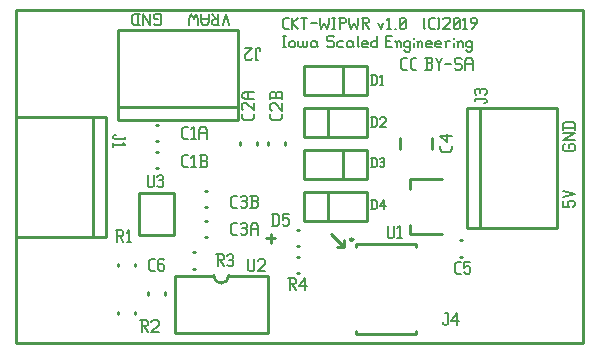
<source format=gbr>
G04 start of page 8 for group -4079 idx -4079 *
G04 Title: (unknown), topsilk *
G04 Creator: pcb 20140316 *
G04 CreationDate: Sun 15 Dec 2019 10:03:36 PM GMT UTC *
G04 For: railfan *
G04 Format: Gerber/RS-274X *
G04 PCB-Dimensions (mil): 1900.00 1120.00 *
G04 PCB-Coordinate-Origin: lower left *
%MOIN*%
%FSLAX25Y25*%
%LNTOPSILK*%
%ADD54C,0.0080*%
%ADD53C,0.0100*%
G54D53*X500Y111500D02*X189500D01*
Y500D01*
X500D01*
Y111500D01*
X85500Y37000D02*Y34000D01*
X87000Y35500D02*X84000D01*
X110000Y32500D02*Y35000D01*
Y32500D02*X107500D01*
X110000D02*X105500Y37000D01*
G54D54*X182970Y66440D02*X183455Y66925D01*
X182970Y66440D02*Y64985D01*
X183455Y64500D02*X182970Y64985D01*
X183455Y64500D02*X186365D01*
X186850Y64985D01*
Y66440D02*Y64985D01*
Y66440D02*X186365Y66925D01*
X185395D02*X186365D01*
X184910Y66440D02*X185395Y66925D01*
X184910Y66440D02*Y65470D01*
X182970Y68089D02*X186850D01*
X182970D02*X186850Y70514D01*
X182970D02*X186850D01*
X182970Y72163D02*X186850D01*
X182970Y73424D02*X183649Y74103D01*
X186171D01*
X186850Y73424D02*X186171Y74103D01*
X186850Y73424D02*Y71678D01*
X182970Y73424D02*Y71678D01*
Y47940D02*Y46000D01*
X184910D01*
X184425Y46485D01*
Y47455D02*Y46485D01*
Y47455D02*X184910Y47940D01*
X186365D01*
X186850Y47455D02*X186365Y47940D01*
X186850Y47455D02*Y46485D01*
X186365Y46000D02*X186850Y46485D01*
X182970Y49104D02*X186850Y50074D01*
X182970Y51044D01*
X90179Y105150D02*X91440D01*
X89500Y105829D02*X90179Y105150D01*
X89500Y108351D02*Y105829D01*
Y108351D02*X90179Y109030D01*
X91440D01*
X92604D02*Y105150D01*
Y107090D02*X94544Y109030D01*
X92604Y107090D02*X94544Y105150D01*
X95708Y109030D02*X97648D01*
X96678D02*Y105150D01*
X98812Y107090D02*X100752D01*
X101916Y109030D02*Y107090D01*
X102401Y105150D01*
X103371Y107090D01*
X104341Y105150D01*
X104826Y107090D01*
Y109030D02*Y107090D01*
X105990Y109030D02*X106960D01*
X106475D02*Y105150D01*
X105990D02*X106960D01*
X108609Y109030D02*Y105150D01*
X108124Y109030D02*X110064D01*
X110549Y108545D01*
Y107575D01*
X110064Y107090D02*X110549Y107575D01*
X108609Y107090D02*X110064D01*
X111713Y109030D02*Y107090D01*
X112198Y105150D01*
X113168Y107090D01*
X114138Y105150D01*
X114623Y107090D01*
Y109030D02*Y107090D01*
X115787Y109030D02*X117727D01*
X118212Y108545D01*
Y107575D01*
X117727Y107090D02*X118212Y107575D01*
X116272Y107090D02*X117727D01*
X116272Y109030D02*Y105150D01*
X117048Y107090D02*X118212Y105150D01*
X121122Y107090D02*X122092Y105150D01*
X123062Y107090D02*X122092Y105150D01*
X124226Y108254D02*X125002Y109030D01*
Y105150D01*
X124226D02*X125681D01*
X126845D02*X127330D01*
X128494Y105635D02*X128979Y105150D01*
X128494Y108545D02*Y105635D01*
Y108545D02*X128979Y109030D01*
X129949D01*
X130434Y108545D01*
Y105635D01*
X129949Y105150D02*X130434Y105635D01*
X128979Y105150D02*X129949D01*
X128494Y106120D02*X130434Y108060D01*
X89500Y103030D02*X90470D01*
X89985D02*Y99150D01*
X89500D02*X90470D01*
X91634Y100605D02*Y99635D01*
Y100605D02*X92119Y101090D01*
X93089D01*
X93574Y100605D01*
Y99635D01*
X93089Y99150D02*X93574Y99635D01*
X92119Y99150D02*X93089D01*
X91634Y99635D02*X92119Y99150D01*
X94738Y101090D02*Y99635D01*
X95223Y99150D01*
X95708D01*
X96193Y99635D01*
Y101090D02*Y99635D01*
X96678Y99150D01*
X97163D01*
X97648Y99635D01*
Y101090D02*Y99635D01*
X100267Y101090D02*X100752Y100605D01*
X99297Y101090D02*X100267D01*
X98812Y100605D02*X99297Y101090D01*
X98812Y100605D02*Y99635D01*
X99297Y99150D01*
X100752Y101090D02*Y99635D01*
X101237Y99150D01*
X99297D02*X100267D01*
X100752Y99635D01*
X106087Y103030D02*X106572Y102545D01*
X104632Y103030D02*X106087D01*
X104147Y102545D02*X104632Y103030D01*
X104147Y102545D02*Y101575D01*
X104632Y101090D01*
X106087D01*
X106572Y100605D01*
Y99635D01*
X106087Y99150D02*X106572Y99635D01*
X104632Y99150D02*X106087D01*
X104147Y99635D02*X104632Y99150D01*
X108221Y101090D02*X109676D01*
X107736Y100605D02*X108221Y101090D01*
X107736Y100605D02*Y99635D01*
X108221Y99150D01*
X109676D01*
X112295Y101090D02*X112780Y100605D01*
X111325Y101090D02*X112295D01*
X110840Y100605D02*X111325Y101090D01*
X110840Y100605D02*Y99635D01*
X111325Y99150D01*
X112780Y101090D02*Y99635D01*
X113265Y99150D01*
X111325D02*X112295D01*
X112780Y99635D01*
X114429Y103030D02*Y99635D01*
X114914Y99150D01*
X116369D02*X117824D01*
X115884Y99635D02*X116369Y99150D01*
X115884Y100605D02*Y99635D01*
Y100605D02*X116369Y101090D01*
X117339D01*
X117824Y100605D01*
X115884Y100120D02*X117824D01*
Y100605D02*Y100120D01*
X120928Y103030D02*Y99150D01*
X120443D02*X120928Y99635D01*
X119473Y99150D02*X120443D01*
X118988Y99635D02*X119473Y99150D01*
X118988Y100605D02*Y99635D01*
Y100605D02*X119473Y101090D01*
X120443D01*
X120928Y100605D01*
X123838Y101284D02*X125293D01*
X123838Y99150D02*X125778D01*
X123838Y103030D02*Y99150D01*
Y103030D02*X125778D01*
X127427Y100605D02*Y99150D01*
Y100605D02*X127912Y101090D01*
X128397D01*
X128882Y100605D01*
Y99150D01*
X126942Y101090D02*X127427Y100605D01*
X131501Y101090D02*X131986Y100605D01*
X130531Y101090D02*X131501D01*
X130046Y100605D02*X130531Y101090D01*
X130046Y100605D02*Y99635D01*
X130531Y99150D01*
X131501D01*
X131986Y99635D01*
X130046Y98180D02*X130531Y97695D01*
X131501D01*
X131986Y98180D01*
Y101090D02*Y98180D01*
X133150Y102060D02*Y101963D01*
Y100605D02*Y99150D01*
X134605Y100605D02*Y99150D01*
Y100605D02*X135090Y101090D01*
X135575D01*
X136060Y100605D01*
Y99150D01*
X134120Y101090D02*X134605Y100605D01*
X137709Y99150D02*X139164D01*
X137224Y99635D02*X137709Y99150D01*
X137224Y100605D02*Y99635D01*
Y100605D02*X137709Y101090D01*
X138679D01*
X139164Y100605D01*
X137224Y100120D02*X139164D01*
Y100605D02*Y100120D01*
X140813Y99150D02*X142268D01*
X140328Y99635D02*X140813Y99150D01*
X140328Y100605D02*Y99635D01*
Y100605D02*X140813Y101090D01*
X141783D01*
X142268Y100605D01*
X140328Y100120D02*X142268D01*
Y100605D02*Y100120D01*
X143917Y100605D02*Y99150D01*
Y100605D02*X144402Y101090D01*
X145372D01*
X143432D02*X143917Y100605D01*
X146536Y102060D02*Y101963D01*
Y100605D02*Y99150D01*
X147991Y100605D02*Y99150D01*
Y100605D02*X148476Y101090D01*
X148961D01*
X149446Y100605D01*
Y99150D01*
X147506Y101090D02*X147991Y100605D01*
X152065Y101090D02*X152550Y100605D01*
X151095Y101090D02*X152065D01*
X150610Y100605D02*X151095Y101090D01*
X150610Y100605D02*Y99635D01*
X151095Y99150D01*
X152065D01*
X152550Y99635D01*
X150610Y98180D02*X151095Y97695D01*
X152065D01*
X152550Y98180D01*
Y101090D02*Y98180D01*
X136500Y105635D02*X136985Y105150D01*
X136500Y108545D02*X136985Y109030D01*
X136500Y108545D02*Y105635D01*
X138828Y105150D02*X140089D01*
X138149Y105829D02*X138828Y105150D01*
X138149Y108351D02*Y105829D01*
Y108351D02*X138828Y109030D01*
X140089D01*
X141253D02*X141738Y108545D01*
Y105635D01*
X141253Y105150D02*X141738Y105635D01*
X142902Y108545D02*X143387Y109030D01*
X144842D01*
X145327Y108545D01*
Y107575D01*
X142902Y105150D02*X145327Y107575D01*
X142902Y105150D02*X145327D01*
X146491Y105635D02*X146976Y105150D01*
X146491Y108545D02*Y105635D01*
Y108545D02*X146976Y109030D01*
X147946D01*
X148431Y108545D01*
Y105635D01*
X147946Y105150D02*X148431Y105635D01*
X146976Y105150D02*X147946D01*
X146491Y106120D02*X148431Y108060D01*
X149595Y108254D02*X150371Y109030D01*
Y105150D01*
X149595D02*X151050D01*
X152699D02*X154154Y107090D01*
Y108545D02*Y107090D01*
X153669Y109030D02*X154154Y108545D01*
X152699Y109030D02*X153669D01*
X152214Y108545D02*X152699Y109030D01*
X152214Y108545D02*Y107575D01*
X152699Y107090D01*
X154154D01*
X129679Y91650D02*X130940D01*
X129000Y92329D02*X129679Y91650D01*
X129000Y94851D02*Y92329D01*
Y94851D02*X129679Y95530D01*
X130940D01*
X132783Y91650D02*X134044D01*
X132104Y92329D02*X132783Y91650D01*
X132104Y94851D02*Y92329D01*
Y94851D02*X132783Y95530D01*
X134044D01*
X136954Y91650D02*X138894D01*
X139379Y92135D01*
Y93299D02*Y92135D01*
X138894Y93784D02*X139379Y93299D01*
X137439Y93784D02*X138894D01*
X137439Y95530D02*Y91650D01*
X136954Y95530D02*X138894D01*
X139379Y95045D01*
Y94269D01*
X138894Y93784D02*X139379Y94269D01*
X140543Y95530D02*X141513Y93590D01*
X142483Y95530D01*
X141513Y93590D02*Y91650D01*
X143647Y93590D02*X145587D01*
X148691Y95530D02*X149176Y95045D01*
X147236Y95530D02*X148691D01*
X146751Y95045D02*X147236Y95530D01*
X146751Y95045D02*Y94075D01*
X147236Y93590D01*
X148691D01*
X149176Y93105D01*
Y92135D01*
X148691Y91650D02*X149176Y92135D01*
X147236Y91650D02*X148691D01*
X146751Y92135D02*X147236Y91650D01*
X150340Y94560D02*Y91650D01*
Y94560D02*X151019Y95530D01*
X152086D01*
X152765Y94560D01*
Y91650D01*
X150340Y93590D02*X152765D01*
X71500Y106470D02*X70530Y110350D01*
X69560Y106470D01*
X66456D02*X68396D01*
X66456D02*X65971Y106955D01*
Y107925D02*Y106955D01*
X66456Y108410D02*X65971Y107925D01*
X66456Y108410D02*X67911D01*
Y110350D02*Y106470D01*
X67135Y108410D02*X65971Y110350D01*
X64807D02*Y107440D01*
X64128Y106470D01*
X63061D02*X64128D01*
X63061D02*X62382Y107440D01*
Y110350D02*Y107440D01*
Y108410D02*X64807D01*
X61218D02*Y106470D01*
Y108410D02*X60733Y110350D01*
X59763Y108410D01*
X58793Y110350D01*
X58308Y108410D01*
Y106470D01*
X47060D02*X46575Y106955D01*
X47060Y106470D02*X48515D01*
X49000Y106955D02*X48515Y106470D01*
X49000Y109865D02*Y106955D01*
Y109865D02*X48515Y110350D01*
X47060D02*X48515D01*
X47060D02*X46575Y109865D01*
Y108895D01*
X47060Y108410D02*X46575Y108895D01*
X47060Y108410D02*X48030D01*
X45411Y110350D02*Y106470D01*
X42986Y110350D01*
Y106470D01*
X41337Y110350D02*Y106470D01*
X40076D02*X39397Y107149D01*
Y109671D02*Y107149D01*
X40076Y110350D02*X39397Y109671D01*
X40076Y110350D02*X41822D01*
X40076Y106470D02*X41822D01*
G54D53*X139314Y68968D02*Y65032D01*
X128686Y68968D02*Y65032D01*
X114000Y33500D02*X134000D01*
Y3500D02*X114000D01*
X134000Y33500D02*Y32500D01*
Y3500D02*Y4500D01*
X114000Y3500D02*Y4500D01*
Y33500D02*Y32500D01*
X112000Y35000D02*G75*G03X112000Y35000I500J0D01*G01*
X148607Y29245D02*X149393D01*
X148607Y34755D02*X149393D01*
X84745Y67393D02*Y66607D01*
X90255Y67393D02*Y66607D01*
X96500Y69200D02*X117500D01*
X96500Y78800D02*X117500D01*
X96500Y69200D02*Y78800D01*
X117500Y69200D02*Y78800D01*
X104500Y69200D02*Y78800D01*
X96500Y64800D02*X117500D01*
X96500Y55200D02*X117500D01*
Y64800D02*Y55200D01*
X96500Y64800D02*Y55200D01*
X109500Y64800D02*Y55200D01*
X96500Y92800D02*X117500D01*
X96500Y83200D02*X117500D01*
Y92800D02*Y83200D01*
X96500Y92800D02*Y83200D01*
X109500Y92800D02*Y83200D01*
X63607Y41255D02*X64393D01*
X63607Y35745D02*X64393D01*
X96500Y41200D02*X117500D01*
X96500Y50800D02*X117500D01*
X96500Y41200D02*Y50800D01*
X117500Y41200D02*Y50800D01*
X104500Y41200D02*Y50800D01*
X53500Y23000D02*Y4000D01*
X84500D01*
Y23000D01*
X53500D02*X66500D01*
X84500D02*X71500D01*
X66500D02*G75*G03X71500Y23000I2500J0D01*G01*
X94107Y29255D02*X94893D01*
X94107Y23745D02*X94893D01*
X59564Y30755D02*X60350D01*
X59564Y25245D02*X60350D01*
X94107Y32745D02*X94893D01*
X94107Y38255D02*X94893D01*
X131855Y36750D02*X142485D01*
X131855Y55250D02*X142485D01*
X131855Y40000D02*Y36750D01*
Y55250D02*Y52000D01*
X142485Y36929D02*Y36750D01*
Y55250D02*Y55071D01*
X180800Y79000D02*Y39000D01*
X150800Y79000D02*Y39000D01*
X155200Y79000D02*Y39000D01*
X150800D02*X180800D01*
X150800Y79000D02*X180800D01*
X41500Y50500D02*Y36600D01*
X53300D01*
Y50500D01*
X41500D01*
X44745Y17393D02*Y16607D01*
X50255Y17393D02*Y16607D01*
X34745Y10893D02*Y10107D01*
X40255Y10893D02*Y10107D01*
X34745Y26850D02*Y26064D01*
X40255Y26850D02*Y26064D01*
X700Y76000D02*Y36000D01*
X30700Y76000D02*Y36000D01*
X26300Y76000D02*Y36000D01*
X700Y76000D02*X30700D01*
X700Y36000D02*X30700D01*
X63564Y51255D02*X64350D01*
X63564Y45745D02*X64350D01*
X47107Y64255D02*X47893D01*
X47107Y58745D02*X47893D01*
X47107Y73255D02*X47893D01*
X47107Y67745D02*X47893D01*
X34500Y104800D02*X74500D01*
X34500Y74800D02*X74500D01*
X34500Y79200D02*X74500D01*
Y104800D02*Y74800D01*
X34500Y104800D02*Y74800D01*
X75245Y67393D02*Y66607D01*
X80755Y67393D02*Y66607D01*
G54D54*X145850Y66350D02*Y65050D01*
X145150Y64350D02*X145850Y65050D01*
X142550Y64350D02*X145150D01*
X142550D02*X141850Y65050D01*
Y66350D02*Y65050D01*
X144350Y67550D02*X141850Y69550D01*
X144350Y70050D02*Y67550D01*
X141850Y69550D02*X145850D01*
X89350Y76807D02*Y75507D01*
X88650Y74807D02*X89350Y75507D01*
X86050Y74807D02*X88650D01*
X86050D02*X85350Y75507D01*
Y76807D02*Y75507D01*
X85850Y78007D02*X85350Y78507D01*
Y80007D02*Y78507D01*
Y80007D02*X85850Y80507D01*
X86850D01*
X89350Y78007D02*X86850Y80507D01*
X89350D02*Y78007D01*
Y83707D02*Y81707D01*
Y83707D02*X88850Y84207D01*
X87650D02*X88850D01*
X87150Y83707D02*X87650Y84207D01*
X87150Y83707D02*Y82207D01*
X85350D02*X89350D01*
X85350Y83707D02*Y81707D01*
Y83707D02*X85850Y84207D01*
X86650D01*
X87150Y83707D02*X86650Y84207D01*
X119385Y75730D02*Y72650D01*
X120386Y75730D02*X120925Y75191D01*
Y73189D01*
X120386Y72650D02*X120925Y73189D01*
X119000Y72650D02*X120386D01*
X119000Y75730D02*X120386D01*
X121849Y75345D02*X122234Y75730D01*
X123389D01*
X123774Y75345D01*
Y74575D01*
X121849Y72650D02*X123774Y74575D01*
X121849Y72650D02*X123774D01*
X119385Y62230D02*Y59150D01*
X120386Y62230D02*X120925Y61691D01*
Y59689D01*
X120386Y59150D02*X120925Y59689D01*
X119000Y59150D02*X120386D01*
X119000Y62230D02*X120386D01*
X121849Y61845D02*X122234Y62230D01*
X123004D01*
X123389Y61845D01*
X123004Y59150D02*X123389Y59535D01*
X122234Y59150D02*X123004D01*
X121849Y59535D02*X122234Y59150D01*
Y60844D02*X123004D01*
X123389Y61845D02*Y61229D01*
Y60459D02*Y59535D01*
Y60459D02*X123004Y60844D01*
X123389Y61229D02*X123004Y60844D01*
X119385Y89730D02*Y86650D01*
X120386Y89730D02*X120925Y89191D01*
Y87189D01*
X120386Y86650D02*X120925Y87189D01*
X119000Y86650D02*X120386D01*
X119000Y89730D02*X120386D01*
X121849Y89114D02*X122465Y89730D01*
Y86650D01*
X121849D02*X123004D01*
X119385Y48230D02*Y45150D01*
X120386Y48230D02*X120925Y47691D01*
Y45689D01*
X120386Y45150D02*X120925Y45689D01*
X119000Y45150D02*X120386D01*
X119000Y48230D02*X120386D01*
X121849Y46305D02*X123389Y48230D01*
X121849Y46305D02*X123774D01*
X123389Y48230D02*Y45150D01*
X147464Y23650D02*X148764D01*
X146764Y24350D02*X147464Y23650D01*
X146764Y26950D02*Y24350D01*
Y26950D02*X147464Y27650D01*
X148764D01*
X149964D02*X151964D01*
X149964D02*Y25650D01*
X150464Y26150D01*
X151464D01*
X151964Y25650D01*
Y24150D01*
X151464Y23650D02*X151964Y24150D01*
X150464Y23650D02*X151464D01*
X149964Y24150D02*X150464Y23650D01*
X124505Y39500D02*Y36000D01*
X125005Y35500D01*
X126005D01*
X126505Y36000D01*
Y39500D02*Y36000D01*
X127705Y38700D02*X128505Y39500D01*
Y35500D01*
X127705D02*X129205D01*
X153500Y82000D02*Y81200D01*
Y82000D02*X157000D01*
X157500Y81500D02*X157000Y82000D01*
X157500Y81500D02*Y81000D01*
X157000Y80500D02*X157500Y81000D01*
X156500Y80500D02*X157000D01*
X154000Y83200D02*X153500Y83700D01*
Y84700D02*Y83700D01*
Y84700D02*X154000Y85200D01*
X157500Y84700D02*X157000Y85200D01*
X157500Y84700D02*Y83700D01*
X157000Y83200D02*X157500Y83700D01*
X155300Y84700D02*Y83700D01*
X154000Y85200D02*X154800D01*
X155800D02*X157000D01*
X155800D02*X155300Y84700D01*
X154800Y85200D02*X155300Y84700D01*
X143700Y10500D02*X144500D01*
Y7000D01*
X144000Y6500D02*X144500Y7000D01*
X143500Y6500D02*X144000D01*
X143000Y7000D02*X143500Y6500D01*
X143000Y7500D02*Y7000D01*
X145700Y8000D02*X147700Y10500D01*
X145700Y8000D02*X148200D01*
X147700Y10500D02*Y6500D01*
X41979Y8107D02*X43979D01*
X44479Y7607D01*
Y6607D01*
X43979Y6107D02*X44479Y6607D01*
X42479Y6107D02*X43979D01*
X42479Y8107D02*Y4107D01*
X43279Y6107D02*X44479Y4107D01*
X45679Y7607D02*X46179Y8107D01*
X47679D01*
X48179Y7607D01*
Y6607D01*
X45679Y4107D02*X48179Y6607D01*
X45679Y4107D02*X48179D01*
X73050Y36650D02*X74350D01*
X72350Y37350D02*X73050Y36650D01*
X72350Y39950D02*Y37350D01*
Y39950D02*X73050Y40650D01*
X74350D01*
X75550Y40150D02*X76050Y40650D01*
X77050D01*
X77550Y40150D01*
X77050Y36650D02*X77550Y37150D01*
X76050Y36650D02*X77050D01*
X75550Y37150D02*X76050Y36650D01*
Y38850D02*X77050D01*
X77550Y40150D02*Y39350D01*
Y38350D02*Y37150D01*
Y38350D02*X77050Y38850D01*
X77550Y39350D02*X77050Y38850D01*
X78750Y39650D02*Y36650D01*
Y39650D02*X79450Y40650D01*
X80550D01*
X81250Y39650D01*
Y36650D01*
X78750Y38650D02*X81250D01*
X91350Y22150D02*X93350D01*
X93850Y21650D01*
Y20650D01*
X93350Y20150D02*X93850Y20650D01*
X91850Y20150D02*X93350D01*
X91850Y22150D02*Y18150D01*
X92650Y20150D02*X93850Y18150D01*
X95050Y19650D02*X97050Y22150D01*
X95050Y19650D02*X97550D01*
X97050Y22150D02*Y18150D01*
X67307Y30150D02*X69307D01*
X69807Y29650D01*
Y28650D01*
X69307Y28150D02*X69807Y28650D01*
X67807Y28150D02*X69307D01*
X67807Y30150D02*Y26150D01*
X68607Y28150D02*X69807Y26150D01*
X71007Y29650D02*X71507Y30150D01*
X72507D01*
X73007Y29650D01*
X72507Y26150D02*X73007Y26650D01*
X71507Y26150D02*X72507D01*
X71007Y26650D02*X71507Y26150D01*
Y28350D02*X72507D01*
X73007Y29650D02*Y28850D01*
Y27850D02*Y26650D01*
Y27850D02*X72507Y28350D01*
X73007Y28850D02*X72507Y28350D01*
X45550Y24650D02*X46850D01*
X44850Y25350D02*X45550Y24650D01*
X44850Y27950D02*Y25350D01*
Y27950D02*X45550Y28650D01*
X46850D01*
X49550D02*X50050Y28150D01*
X48550Y28650D02*X49550D01*
X48050Y28150D02*X48550Y28650D01*
X48050Y28150D02*Y25150D01*
X48550Y24650D01*
X49550Y26850D02*X50050Y26350D01*
X48050Y26850D02*X49550D01*
X48550Y24650D02*X49550D01*
X50050Y25150D01*
Y26350D02*Y25150D01*
X86340Y43650D02*Y39650D01*
X87640Y43650D02*X88340Y42950D01*
Y40350D01*
X87640Y39650D02*X88340Y40350D01*
X85840Y39650D02*X87640D01*
X85840Y43650D02*X87640D01*
X89540D02*X91540D01*
X89540D02*Y41650D01*
X90040Y42150D01*
X91040D01*
X91540Y41650D01*
Y40150D01*
X91040Y39650D02*X91540Y40150D01*
X90040Y39650D02*X91040D01*
X89540Y40150D02*X90040Y39650D01*
X37000Y69300D02*Y68500D01*
X33500D02*X37000D01*
X33000Y69000D02*X33500Y68500D01*
X33000Y69500D02*Y69000D01*
X33500Y70000D02*X33000Y69500D01*
X33500Y70000D02*X34000D01*
X36200Y67300D02*X37000Y66500D01*
X33000D02*X37000D01*
X33000Y67300D02*Y65800D01*
X44500Y56500D02*Y53000D01*
X45000Y52500D01*
X46000D01*
X46500Y53000D01*
Y56500D02*Y53000D01*
X47700Y56000D02*X48200Y56500D01*
X49200D01*
X49700Y56000D01*
X49200Y52500D02*X49700Y53000D01*
X48200Y52500D02*X49200D01*
X47700Y53000D02*X48200Y52500D01*
Y54700D02*X49200D01*
X49700Y56000D02*Y55200D01*
Y54200D02*Y53000D01*
Y54200D02*X49200Y54700D01*
X49700Y55200D02*X49200Y54700D01*
X72964Y45650D02*X74264D01*
X72264Y46350D02*X72964Y45650D01*
X72264Y48950D02*Y46350D01*
Y48950D02*X72964Y49650D01*
X74264D01*
X75464Y49150D02*X75964Y49650D01*
X76964D01*
X77464Y49150D01*
X76964Y45650D02*X77464Y46150D01*
X75964Y45650D02*X76964D01*
X75464Y46150D02*X75964Y45650D01*
Y47850D02*X76964D01*
X77464Y49150D02*Y48350D01*
Y47350D02*Y46150D01*
Y47350D02*X76964Y47850D01*
X77464Y48350D02*X76964Y47850D01*
X78664Y45650D02*X80664D01*
X81164Y46150D01*
Y47350D02*Y46150D01*
X80664Y47850D02*X81164Y47350D01*
X79164Y47850D02*X80664D01*
X79164Y49650D02*Y45650D01*
X78664Y49650D02*X80664D01*
X81164Y49150D01*
Y48350D01*
X80664Y47850D02*X81164Y48350D01*
X56550Y59150D02*X57850D01*
X55850Y59850D02*X56550Y59150D01*
X55850Y62450D02*Y59850D01*
Y62450D02*X56550Y63150D01*
X57850D01*
X59050Y62350D02*X59850Y63150D01*
Y59150D01*
X59050D02*X60550D01*
X61750D02*X63750D01*
X64250Y59650D01*
Y60850D02*Y59650D01*
X63750Y61350D02*X64250Y60850D01*
X62250Y61350D02*X63750D01*
X62250Y63150D02*Y59150D01*
X61750Y63150D02*X63750D01*
X64250Y62650D01*
Y61850D01*
X63750Y61350D02*X64250Y61850D01*
X56507Y68650D02*X57807D01*
X55807Y69350D02*X56507Y68650D01*
X55807Y71950D02*Y69350D01*
Y71950D02*X56507Y72650D01*
X57807D01*
X59007Y71850D02*X59807Y72650D01*
Y68650D01*
X59007D02*X60507D01*
X61707Y71650D02*Y68650D01*
Y71650D02*X62407Y72650D01*
X63507D01*
X64207Y71650D01*
Y68650D01*
X61707Y70650D02*X64207D01*
X79850Y76850D02*Y75550D01*
X79150Y74850D02*X79850Y75550D01*
X76550Y74850D02*X79150D01*
X76550D02*X75850Y75550D01*
Y76850D02*Y75550D01*
X76350Y78050D02*X75850Y78550D01*
Y80050D02*Y78550D01*
Y80050D02*X76350Y80550D01*
X77350D01*
X79850Y78050D02*X77350Y80550D01*
X79850D02*Y78050D01*
X76850Y81750D02*X79850D01*
X76850D02*X75850Y82450D01*
Y83550D02*Y82450D01*
Y83550D02*X76850Y84250D01*
X79850D01*
X77850D02*Y81750D01*
X80500Y95000D02*X81300D01*
X80500Y98500D02*Y95000D01*
X81000Y99000D02*X80500Y98500D01*
X81000Y99000D02*X81500D01*
X82000Y98500D02*X81500Y99000D01*
X82000Y98500D02*Y98000D01*
X79300Y95500D02*X78800Y95000D01*
X77300D02*X78800D01*
X77300D02*X76800Y95500D01*
Y96500D02*Y95500D01*
X79300Y99000D02*X76800Y96500D01*
Y99000D02*X79300D01*
X78000Y28500D02*Y25000D01*
X78500Y24500D01*
X79500D01*
X80000Y25000D01*
Y28500D02*Y25000D01*
X81200Y28000D02*X81700Y28500D01*
X83200D01*
X83700Y28000D01*
Y27000D01*
X81200Y24500D02*X83700Y27000D01*
X81200Y24500D02*X83700D01*
X33807Y38150D02*X35807D01*
X36307Y37650D01*
Y36650D01*
X35807Y36150D02*X36307Y36650D01*
X34307Y36150D02*X35807D01*
X34307Y38150D02*Y34150D01*
X35107Y36150D02*X36307Y34150D01*
X37507Y37350D02*X38307Y38150D01*
Y34150D01*
X37507D02*X39007D01*
M02*

</source>
